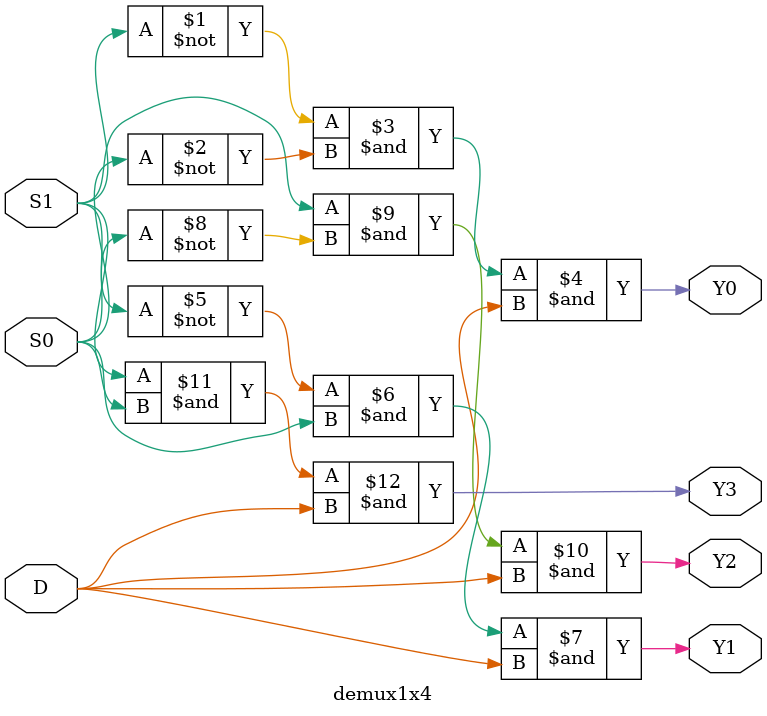
<source format=v>
module demux1x4(
    input S0,
    input S1,
    input D,
    output Y0, Y1, Y2, Y3
);

assign Y0 = ~S1 & ~S0 & D;
assign Y1 = ~S1 & S0 & D;
assign Y2 = S1 & ~S0 & D;
assign Y3 = S1 & S0 & D;


endmodule
</source>
